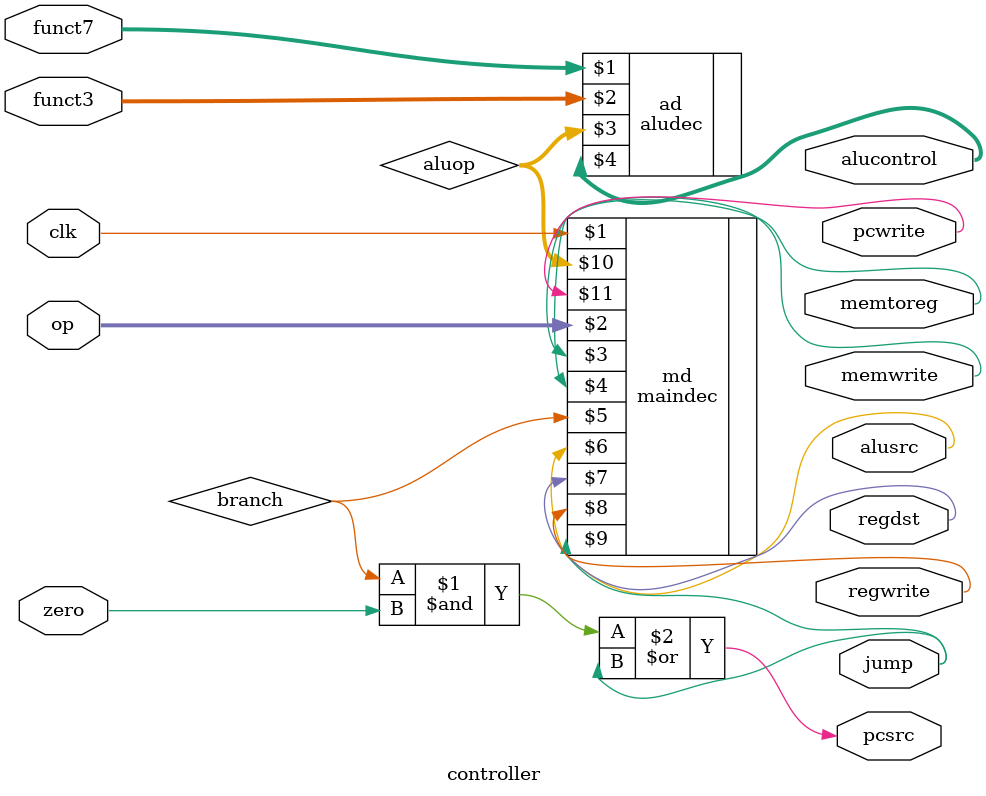
<source format=sv>
`timescale 1ns / 1ps

module controller(
    input logic clk,
    input logic [6:0] op, funct7,
    input logic [2:0] funct3,
    input logic zero,
    output logic memtoreg, memwrite,
    output logic pcsrc, alusrc,
    output logic regdst, regwrite,
    output logic jump,
    output logic [2:0] alucontrol,
    output logic pcwrite
    );
    
    logic [1:0] aluop;
    logic branch;
    
    maindec md(clk, op, memtoreg, memwrite, branch,
               alusrc, regdst, regwrite, jump, aluop, pcwrite);
    aludec ad(funct7, funct3, aluop, alucontrol);
    
    assign pcsrc = (branch & zero) | jump; // branch & zero
    
endmodule

</source>
